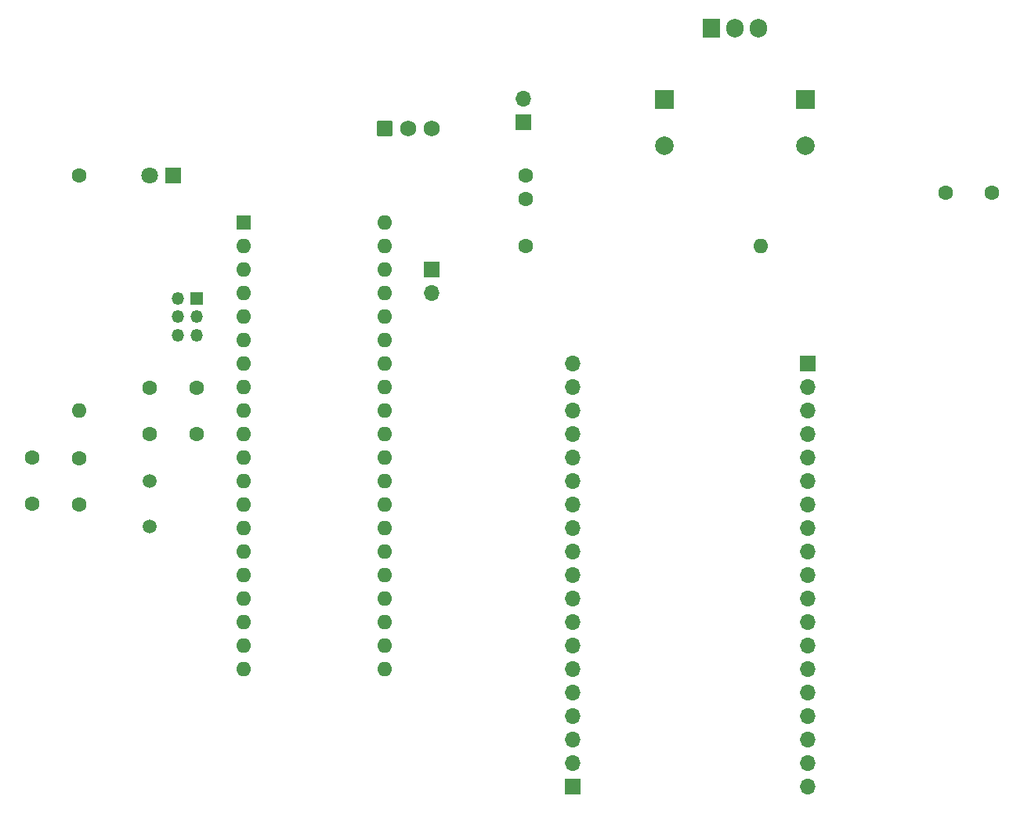
<source format=gbr>
%TF.GenerationSoftware,KiCad,Pcbnew,7.0.1*%
%TF.CreationDate,2023-04-14T12:40:57+03:00*%
%TF.ProjectId,Piirilevy,50696972-696c-4657-9679-2e6b69636164,rev?*%
%TF.SameCoordinates,Original*%
%TF.FileFunction,Soldermask,Bot*%
%TF.FilePolarity,Negative*%
%FSLAX46Y46*%
G04 Gerber Fmt 4.6, Leading zero omitted, Abs format (unit mm)*
G04 Created by KiCad (PCBNEW 7.0.1) date 2023-04-14 12:40:57*
%MOMM*%
%LPD*%
G01*
G04 APERTURE LIST*
G04 Aperture macros list*
%AMRoundRect*
0 Rectangle with rounded corners*
0 $1 Rounding radius*
0 $2 $3 $4 $5 $6 $7 $8 $9 X,Y pos of 4 corners*
0 Add a 4 corners polygon primitive as box body*
4,1,4,$2,$3,$4,$5,$6,$7,$8,$9,$2,$3,0*
0 Add four circle primitives for the rounded corners*
1,1,$1+$1,$2,$3*
1,1,$1+$1,$4,$5*
1,1,$1+$1,$6,$7*
1,1,$1+$1,$8,$9*
0 Add four rect primitives between the rounded corners*
20,1,$1+$1,$2,$3,$4,$5,0*
20,1,$1+$1,$4,$5,$6,$7,0*
20,1,$1+$1,$6,$7,$8,$9,0*
20,1,$1+$1,$8,$9,$2,$3,0*%
G04 Aperture macros list end*
%ADD10C,1.600000*%
%ADD11R,1.800000X1.800000*%
%ADD12C,1.800000*%
%ADD13R,1.350000X1.350000*%
%ADD14O,1.350000X1.350000*%
%ADD15R,1.700000X1.700000*%
%ADD16O,1.700000X1.700000*%
%ADD17O,1.600000X1.600000*%
%ADD18R,1.905000X2.000000*%
%ADD19O,1.905000X2.000000*%
%ADD20R,2.000000X2.000000*%
%ADD21C,2.000000*%
%ADD22C,1.500000*%
%ADD23RoundRect,0.250000X-0.620000X-0.620000X0.620000X-0.620000X0.620000X0.620000X-0.620000X0.620000X0*%
%ADD24C,1.740000*%
%ADD25R,1.600000X1.600000*%
G04 APERTURE END LIST*
D10*
%TO.C,C8*%
X48260000Y-71120000D03*
X48260000Y-76120000D03*
%TD*%
D11*
%TO.C,D1*%
X63500000Y-40640000D03*
D12*
X60960000Y-40640000D03*
%TD*%
D13*
%TO.C,J4*%
X66040000Y-53880000D03*
D14*
X64040000Y-53880000D03*
X66040000Y-55880000D03*
X64040000Y-55880000D03*
X66040000Y-57880000D03*
X64040000Y-57880000D03*
%TD*%
D15*
%TO.C,J2*%
X91440000Y-50800000D03*
D16*
X91440000Y-53340000D03*
%TD*%
D10*
%TO.C,R1*%
X101600000Y-48260000D03*
D17*
X127000000Y-48260000D03*
%TD*%
D15*
%TO.C,J5*%
X106680000Y-106680000D03*
D16*
X106680000Y-104140000D03*
X106680000Y-101600000D03*
X106680000Y-99060000D03*
X106680000Y-96520000D03*
X106680000Y-93980000D03*
X106680000Y-91440000D03*
X106680000Y-88900000D03*
X106680000Y-86360000D03*
X106680000Y-83820000D03*
X106680000Y-81280000D03*
X106680000Y-78740000D03*
X106680000Y-76200000D03*
X106680000Y-73660000D03*
X106680000Y-71120000D03*
X106680000Y-68580000D03*
X106680000Y-66040000D03*
X106680000Y-63500000D03*
X106680000Y-60960000D03*
%TD*%
D10*
%TO.C,R2*%
X101600000Y-40640000D03*
X101600000Y-43180000D03*
%TD*%
%TO.C,C13*%
X147050000Y-42500000D03*
X152050000Y-42500000D03*
%TD*%
%TO.C,C7*%
X53340000Y-71200000D03*
X53340000Y-76200000D03*
%TD*%
D18*
%TO.C,U6*%
X121680000Y-24739600D03*
D19*
X124220000Y-24739600D03*
X126760000Y-24739600D03*
%TD*%
D20*
%TO.C,C5*%
X116600000Y-32439600D03*
D21*
X116600000Y-37439600D03*
%TD*%
D22*
%TO.C,16MHz1*%
X60960000Y-73660000D03*
X60960000Y-78560000D03*
%TD*%
D23*
%TO.C,J6*%
X86360000Y-35560000D03*
D24*
X88900000Y-35560000D03*
X91440000Y-35560000D03*
%TD*%
D20*
%TO.C,C6*%
X131840000Y-32439600D03*
D21*
X131840000Y-37439600D03*
%TD*%
D15*
%TO.C,J3*%
X132080000Y-60960000D03*
D16*
X132080000Y-63500000D03*
X132080000Y-66040000D03*
X132080000Y-68580000D03*
X132080000Y-71120000D03*
X132080000Y-73660000D03*
X132080000Y-76200000D03*
X132080000Y-78740000D03*
X132080000Y-81280000D03*
X132080000Y-83820000D03*
X132080000Y-86360000D03*
X132080000Y-88900000D03*
X132080000Y-91440000D03*
X132080000Y-93980000D03*
X132080000Y-96520000D03*
X132080000Y-99060000D03*
X132080000Y-101600000D03*
X132080000Y-104140000D03*
X132080000Y-106680000D03*
%TD*%
D15*
%TO.C,J1*%
X101360000Y-34899600D03*
D16*
X101360000Y-32359600D03*
%TD*%
D10*
%TO.C,C1*%
X60960000Y-68580000D03*
X60960000Y-63580000D03*
%TD*%
%TO.C,R3*%
X53340000Y-40640000D03*
D17*
X53340000Y-66040000D03*
%TD*%
D10*
%TO.C,C3*%
X66040000Y-68580000D03*
X66040000Y-63580000D03*
%TD*%
D25*
%TO.C,U1*%
X71120000Y-45720000D03*
D17*
X71120000Y-48260000D03*
X71120000Y-50800000D03*
X71120000Y-53340000D03*
X71120000Y-55880000D03*
X71120000Y-58420000D03*
X71120000Y-60960000D03*
X71120000Y-63500000D03*
X71120000Y-66040000D03*
X71120000Y-68580000D03*
X71120000Y-71120000D03*
X71120000Y-73660000D03*
X71120000Y-76200000D03*
X71120000Y-78740000D03*
X71120000Y-81280000D03*
X71120000Y-83820000D03*
X71120000Y-86360000D03*
X71120000Y-88900000D03*
X71120000Y-91440000D03*
X71120000Y-93980000D03*
X86360000Y-93980000D03*
X86360000Y-91440000D03*
X86360000Y-88900000D03*
X86360000Y-86360000D03*
X86360000Y-83820000D03*
X86360000Y-81280000D03*
X86360000Y-78740000D03*
X86360000Y-76200000D03*
X86360000Y-73660000D03*
X86360000Y-71120000D03*
X86360000Y-68580000D03*
X86360000Y-66040000D03*
X86360000Y-63500000D03*
X86360000Y-60960000D03*
X86360000Y-58420000D03*
X86360000Y-55880000D03*
X86360000Y-53340000D03*
X86360000Y-50800000D03*
X86360000Y-48260000D03*
X86360000Y-45720000D03*
%TD*%
M02*

</source>
